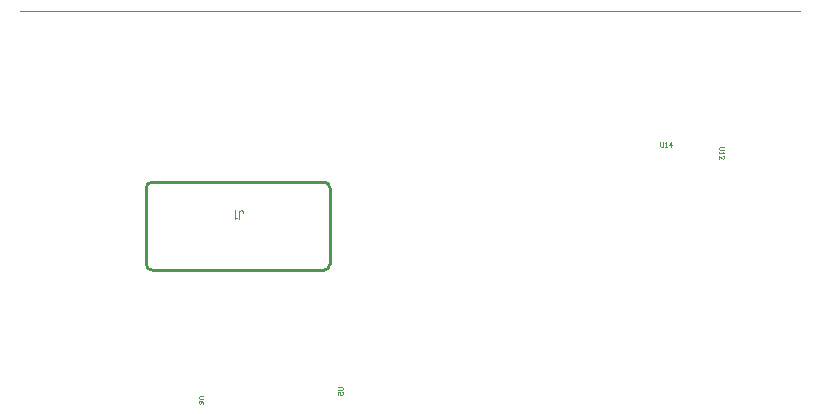
<source format=gbr>
%TF.GenerationSoftware,Altium Limited,Altium Designer,19.1.6 (110)*%
G04 Layer_Color=8421376*
%FSLAX26Y26*%
%MOIN*%
%TF.FileFunction,Other,M1-Board_Shape*%
%TF.Part,Single*%
G01*
G75*
%TA.AperFunction,NonConductor*%
%ADD78C,0.003937*%
%ADD79C,0.010000*%
%ADD99C,0.002362*%
%ADD100C,0.003000*%
D78*
X78740Y5249606D02*
X2677164D01*
D79*
X1091693Y4384370D02*
G03*
X1111378Y4404055I0J19685D01*
G01*
X498780D02*
G03*
X518465Y4384370I19685J0D01*
G01*
Y4678071D02*
G03*
X498780Y4658386I0J-19685D01*
G01*
X1111378D02*
G03*
X1091693Y4678071I-19685J0D01*
G01*
X518465Y4384370D02*
X1091693D01*
X498779Y4404055D02*
Y4658386D01*
X518465Y4678071D02*
X1091693D01*
X1111378Y4404055D02*
Y4658386D01*
D99*
X1138115Y3995000D02*
X1151235D01*
X1153858Y3992376D01*
Y3987128D01*
X1151235Y3984505D01*
X1138115D01*
Y3968762D02*
Y3979257D01*
X1145987D01*
X1143363Y3974010D01*
Y3971386D01*
X1145987Y3968762D01*
X1151235D01*
X1153858Y3971386D01*
Y3976633D01*
X1151235Y3979257D01*
X2425271Y4794646D02*
X2412151D01*
X2409528Y4792022D01*
Y4786774D01*
X2412151Y4784150D01*
X2425271D01*
X2409528Y4778903D02*
Y4773655D01*
Y4776279D01*
X2425271D01*
X2422647Y4778903D01*
X2409528Y4755288D02*
Y4765784D01*
X2420023Y4755288D01*
X2422647D01*
X2425271Y4757912D01*
Y4763160D01*
X2422647Y4765784D01*
X2212677Y4810389D02*
Y4797270D01*
X2215301Y4794646D01*
X2220549D01*
X2223173Y4797270D01*
Y4810389D01*
X2228420Y4794646D02*
X2233668D01*
X2231044D01*
Y4810389D01*
X2228420Y4807765D01*
X2249411Y4794646D02*
Y4810389D01*
X2241539Y4802517D01*
X2252035D01*
X689916Y3965000D02*
X676797D01*
X674173Y3962376D01*
Y3957128D01*
X676797Y3954505D01*
X689916D01*
Y3938762D02*
X687292Y3944010D01*
X682045Y3949257D01*
X676797D01*
X674173Y3946633D01*
Y3941386D01*
X676797Y3938762D01*
X679421D01*
X682045Y3941386D01*
Y3949257D01*
D100*
X808364Y4553291D02*
Y4576143D01*
X809793Y4580428D01*
X811221Y4581856D01*
X814077Y4583285D01*
X816934D01*
X819790Y4581856D01*
X821219Y4580428D01*
X822647Y4576143D01*
Y4573287D01*
X800652Y4559004D02*
X797795Y4557576D01*
X793510Y4553291D01*
Y4583285D01*
%TF.MD5,5d47a6ebd8723e00324f6b9d518c10ef*%
M02*

</source>
